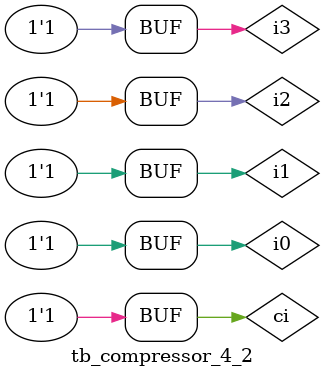
<source format=v>
`timescale 1ns / 1ps
module tb_compressor_4_2(
		
    );
	reg i0,i1,i2,i3;
	reg ci;
	wire co,c,d;
	
	initial begin
		ci = 0;
		{i0,i1,i2,i3} = 4'b0000;
	#20
		{i0,i1,i2,i3} = 4'b0001;
	#20
		{i0,i1,i2,i3} = 4'b0010;
	#20
		{i0,i1,i2,i3} = 4'b0011;
	#20
		{i0,i1,i2,i3} = 4'b0100;
	#20
		{i0,i1,i2,i3} = 4'b0101;
	#20
		{i0,i1,i2,i3} = 4'b0110;
	#20
		{i0,i1,i2,i3} = 4'b0111;
	#20
		{i0,i1,i2,i3} = 4'b1000;
	#20                    
		{i0,i1,i2,i3} = 4'b1001;
	#20                    
		{i0,i1,i2,i3} = 4'b1010;
	#20                    
		{i0,i1,i2,i3} = 4'b1011;
	#20                    
		{i0,i1,i2,i3} = 4'b1100;
	#20                    
		{i0,i1,i2,i3} = 4'b1101;
	#20                    
		{i0,i1,i2,i3} = 4'b1110;
	#20                    
		{i0,i1,i2,i3} = 4'b1111;
	#20
		ci = 1;
		{i0,i1,i2,i3} = 4'b0000;
	#20
		{i0,i1,i2,i3} = 4'b0001;
	#20
		{i0,i1,i2,i3} = 4'b0010;
	#20
		{i0,i1,i2,i3} = 4'b0011;
	#20
		{i0,i1,i2,i3} = 4'b0100;
	#20
		{i0,i1,i2,i3} = 4'b0101;
	#20
		{i0,i1,i2,i3} = 4'b0110;
	#20
		{i0,i1,i2,i3} = 4'b0111;
	#20
		{i0,i1,i2,i3} = 4'b1000;
	#20                    
		{i0,i1,i2,i3} = 4'b1001;
	#20                    
		{i0,i1,i2,i3} = 4'b1010;
	#20                    
		{i0,i1,i2,i3} = 4'b1011;
	#20                    
		{i0,i1,i2,i3} = 4'b1100;
	#20                    
		{i0,i1,i2,i3} = 4'b1101;
	#20                    
		{i0,i1,i2,i3} = 4'b1110;
	#20                    
		{i0,i1,i2,i3} = 4'b1111;
		
	end

	compressor_4_2 compressor_4_2_inst(
		.i0	(i0	),
		.i1	(i1	),
		.i2	(i2	),
		.i3	(i3	),
		.ci	(ci	),

		.co	(co	),
		.c	(c	),
		.d	(d	)
    );
endmodule

</source>
